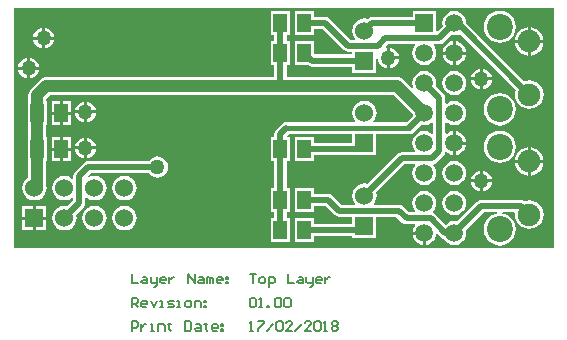
<source format=gtl>
%FSLAX25Y25*%
%MOIN*%
G70*
G01*
G75*
G04 Layer_Physical_Order=1*
G04 Layer_Color=255*
%ADD10R,0.04500X0.06000*%
%ADD11C,0.01969*%
%ADD12C,0.03937*%
%ADD13C,0.01772*%
%ADD14C,0.00787*%
%ADD15C,0.07480*%
%ADD16C,0.08661*%
%ADD17R,0.06000X0.06000*%
%ADD18C,0.06000*%
%ADD19R,0.06000X0.06000*%
%ADD20C,0.05906*%
%ADD21R,0.05906X0.05906*%
%ADD22C,0.05000*%
G36*
X180000Y0D02*
X0D01*
Y80000D01*
X180000D01*
Y0D01*
D02*
G37*
%LPC*%
G36*
X172404Y33573D02*
Y29358D01*
X176619D01*
X176522Y30096D01*
X176044Y31249D01*
X175285Y32239D01*
X174294Y32999D01*
X173141Y33476D01*
X172404Y33573D01*
D02*
G37*
G36*
X171404D02*
X170666Y33476D01*
X169513Y32999D01*
X168523Y32239D01*
X167763Y31249D01*
X167286Y30096D01*
X167189Y29358D01*
X171404D01*
Y33573D01*
D02*
G37*
G36*
X27447Y32848D02*
X24483D01*
Y29884D01*
X24896Y29938D01*
X25748Y30291D01*
X26479Y30852D01*
X27040Y31583D01*
X27393Y32435D01*
X27447Y32848D01*
D02*
G37*
G36*
X23483D02*
X20518D01*
X20573Y32435D01*
X20925Y31583D01*
X21486Y30852D01*
X22218Y30291D01*
X23069Y29938D01*
X23483Y29884D01*
Y32848D01*
D02*
G37*
G36*
X162061Y39156D02*
X160670Y38973D01*
X159373Y38436D01*
X158259Y37582D01*
X157405Y36468D01*
X156868Y35171D01*
X156685Y33780D01*
X156868Y32388D01*
X157405Y31091D01*
X158259Y29978D01*
X159373Y29123D01*
X160670Y28586D01*
X162061Y28403D01*
X163453Y28586D01*
X164750Y29123D01*
X165863Y29978D01*
X166718Y31091D01*
X167255Y32388D01*
X167438Y33780D01*
X167255Y35171D01*
X166718Y36468D01*
X165863Y37582D01*
X164750Y38436D01*
X163453Y38973D01*
X162061Y39156D01*
D02*
G37*
G36*
X176619Y28358D02*
X172404D01*
Y24143D01*
X173141Y24240D01*
X174294Y24718D01*
X175285Y25477D01*
X176044Y26468D01*
X176522Y27621D01*
X176619Y28358D01*
D02*
G37*
G36*
X19233Y32500D02*
X16483D01*
Y29000D01*
X19233D01*
Y32500D01*
D02*
G37*
G36*
X15483D02*
X12733D01*
Y29000D01*
X15483D01*
Y32500D01*
D02*
G37*
G36*
X147483Y38921D02*
Y35500D01*
X150904D01*
X150834Y36032D01*
X150435Y36994D01*
X149802Y37819D01*
X148976Y38453D01*
X148014Y38851D01*
X147483Y38921D01*
D02*
G37*
G36*
X24483Y36813D02*
Y33848D01*
X27447D01*
X27393Y34262D01*
X27040Y35113D01*
X26479Y35844D01*
X25748Y36406D01*
X24896Y36758D01*
X24483Y36813D01*
D02*
G37*
G36*
X15483Y44500D02*
X12733D01*
Y41000D01*
X15483D01*
Y44500D01*
D02*
G37*
G36*
X162061Y51597D02*
X160670Y51414D01*
X159373Y50877D01*
X158259Y50022D01*
X157405Y48909D01*
X156868Y47612D01*
X156685Y46220D01*
X156868Y44829D01*
X157405Y43532D01*
X158259Y42419D01*
X159373Y41564D01*
X160670Y41027D01*
X162061Y40844D01*
X163453Y41027D01*
X164750Y41564D01*
X165863Y42419D01*
X166718Y43532D01*
X167255Y44829D01*
X167438Y46220D01*
X167255Y47612D01*
X166718Y48909D01*
X165863Y50022D01*
X164750Y50877D01*
X163453Y51414D01*
X162061Y51597D01*
D02*
G37*
G36*
X15483Y37000D02*
X12733D01*
Y33500D01*
X15483D01*
Y37000D01*
D02*
G37*
G36*
X150904Y34500D02*
X147483D01*
Y31079D01*
X148014Y31149D01*
X148976Y31547D01*
X149802Y32181D01*
X150435Y33007D01*
X150834Y33968D01*
X150904Y34500D01*
D02*
G37*
G36*
X23483Y36813D02*
X23069Y36758D01*
X22218Y36406D01*
X21486Y35844D01*
X20925Y35113D01*
X20573Y34262D01*
X20518Y33848D01*
X23483D01*
Y36813D01*
D02*
G37*
G36*
X19233Y37000D02*
X16483D01*
Y33500D01*
X19233D01*
Y37000D01*
D02*
G37*
G36*
X6483Y14000D02*
X2983D01*
Y10500D01*
X6483D01*
Y14000D01*
D02*
G37*
G36*
X10983Y9500D02*
X7483D01*
Y6000D01*
X10983D01*
Y9500D01*
D02*
G37*
G36*
X146983Y18987D02*
X145951Y18851D01*
X144989Y18453D01*
X144164Y17819D01*
X143530Y16994D01*
X143132Y16032D01*
X142996Y15000D01*
X143132Y13968D01*
X143530Y13007D01*
X144164Y12181D01*
X144989Y11547D01*
X145951Y11149D01*
X146983Y11013D01*
X148014Y11149D01*
X148976Y11547D01*
X149802Y12181D01*
X150435Y13007D01*
X150834Y13968D01*
X150970Y15000D01*
X150834Y16032D01*
X150435Y16994D01*
X149802Y17819D01*
X148976Y18453D01*
X148014Y18851D01*
X146983Y18987D01*
D02*
G37*
G36*
X10983Y14000D02*
X7483D01*
Y10500D01*
X10983D01*
Y14000D01*
D02*
G37*
G36*
X26983Y14035D02*
X25938Y13897D01*
X24965Y13494D01*
X24130Y12853D01*
X23489Y12017D01*
X23086Y11044D01*
X22948Y10000D01*
X23086Y8956D01*
X23489Y7983D01*
X24130Y7147D01*
X24965Y6506D01*
X25938Y6103D01*
X26983Y5965D01*
X28027Y6103D01*
X29000Y6506D01*
X29836Y7147D01*
X30477Y7983D01*
X30880Y8956D01*
X31017Y10000D01*
X30880Y11044D01*
X30477Y12017D01*
X29836Y12853D01*
X29000Y13494D01*
X28027Y13897D01*
X26983Y14035D01*
D02*
G37*
G36*
X136483Y4500D02*
X133062D01*
X133132Y3968D01*
X133530Y3007D01*
X134163Y2181D01*
X134989Y1547D01*
X135951Y1149D01*
X136483Y1079D01*
Y4500D01*
D02*
G37*
G36*
X6483Y9500D02*
X2983D01*
Y6000D01*
X6483D01*
Y9500D01*
D02*
G37*
G36*
X36983Y14035D02*
X35938Y13897D01*
X34965Y13494D01*
X34130Y12853D01*
X33489Y12017D01*
X33086Y11044D01*
X32948Y10000D01*
X33086Y8956D01*
X33489Y7983D01*
X34130Y7147D01*
X34965Y6506D01*
X35938Y6103D01*
X36983Y5965D01*
X38027Y6103D01*
X39000Y6506D01*
X39836Y7147D01*
X40477Y7983D01*
X40880Y8956D01*
X41017Y10000D01*
X40880Y11044D01*
X40477Y12017D01*
X39836Y12853D01*
X39000Y13494D01*
X38027Y13897D01*
X36983Y14035D01*
D02*
G37*
G36*
X156483Y25813D02*
Y22848D01*
X159447D01*
X159392Y23262D01*
X159040Y24113D01*
X158479Y24845D01*
X157748Y25405D01*
X156896Y25758D01*
X156483Y25813D01*
D02*
G37*
G36*
X155483D02*
X155069Y25758D01*
X154218Y25405D01*
X153486Y24845D01*
X152925Y24113D01*
X152573Y23262D01*
X152518Y22848D01*
X155483D01*
Y25813D01*
D02*
G37*
G36*
X171404Y28358D02*
X167189D01*
X167286Y27621D01*
X167763Y26468D01*
X168523Y25477D01*
X169513Y24718D01*
X170666Y24240D01*
X171404Y24143D01*
Y28358D01*
D02*
G37*
G36*
X47983Y30530D02*
X47069Y30410D01*
X46218Y30057D01*
X45486Y29496D01*
X45123Y29023D01*
X24983D01*
X24208Y28869D01*
X23991Y28724D01*
X23552Y28431D01*
X20536Y25415D01*
X20098Y24758D01*
X19944Y23984D01*
Y23335D01*
X19495Y23114D01*
X19000Y23494D01*
X18027Y23897D01*
X16983Y24035D01*
X15938Y23897D01*
X14965Y23494D01*
X14130Y22853D01*
X13489Y22017D01*
X13086Y21044D01*
X12948Y20000D01*
X13086Y18956D01*
X13489Y17983D01*
X14130Y17147D01*
X14965Y16506D01*
X15938Y16103D01*
X16983Y15966D01*
X18027Y16103D01*
X19000Y16506D01*
X19495Y16886D01*
X19944Y16665D01*
Y15854D01*
X17992Y13902D01*
X16983Y14035D01*
X15938Y13897D01*
X14965Y13494D01*
X14130Y12853D01*
X13489Y12017D01*
X13086Y11044D01*
X12948Y10000D01*
X13086Y8956D01*
X13489Y7983D01*
X14130Y7147D01*
X14965Y6506D01*
X15938Y6103D01*
X16983Y5965D01*
X18027Y6103D01*
X19000Y6506D01*
X19836Y7147D01*
X20477Y7983D01*
X20880Y8956D01*
X21017Y10000D01*
X20880Y11044D01*
X20873Y11061D01*
X23397Y13585D01*
X23836Y14242D01*
X23990Y15016D01*
Y16689D01*
X24439Y16910D01*
X24965Y16506D01*
X25938Y16103D01*
X26983Y15966D01*
X28027Y16103D01*
X29000Y16506D01*
X29836Y17147D01*
X30477Y17983D01*
X30880Y18956D01*
X31017Y20000D01*
X30880Y21044D01*
X30477Y22017D01*
X29836Y22853D01*
X29000Y23494D01*
X28027Y23897D01*
X26983Y24035D01*
X25938Y23897D01*
X25078Y23541D01*
X24800Y23956D01*
X25821Y24977D01*
X45123D01*
X45486Y24504D01*
X46218Y23943D01*
X47069Y23590D01*
X47983Y23470D01*
X48896Y23590D01*
X49748Y23943D01*
X50479Y24504D01*
X51040Y25235D01*
X51393Y26086D01*
X51513Y27000D01*
X51393Y27914D01*
X51040Y28765D01*
X50479Y29496D01*
X49748Y30057D01*
X48896Y30410D01*
X47983Y30530D01*
D02*
G37*
G36*
X155483Y21848D02*
X152518D01*
X152573Y21435D01*
X152925Y20583D01*
X153486Y19852D01*
X154218Y19291D01*
X155069Y18938D01*
X155483Y18884D01*
Y21848D01*
D02*
G37*
G36*
X36983Y24035D02*
X35938Y23897D01*
X34965Y23494D01*
X34130Y22853D01*
X33489Y22017D01*
X33086Y21044D01*
X32948Y20000D01*
X33086Y18956D01*
X33489Y17983D01*
X34130Y17147D01*
X34965Y16506D01*
X35938Y16103D01*
X36983Y15966D01*
X38027Y16103D01*
X39000Y16506D01*
X39836Y17147D01*
X40477Y17983D01*
X40880Y18956D01*
X41017Y20000D01*
X40880Y21044D01*
X40477Y22017D01*
X39836Y22853D01*
X39000Y23494D01*
X38027Y23897D01*
X36983Y24035D01*
D02*
G37*
G36*
X146983Y28987D02*
X145951Y28851D01*
X144989Y28453D01*
X144164Y27819D01*
X143530Y26994D01*
X143132Y26032D01*
X142996Y25000D01*
X143132Y23968D01*
X143530Y23007D01*
X144164Y22181D01*
X144989Y21547D01*
X145951Y21149D01*
X146983Y21013D01*
X148014Y21149D01*
X148976Y21547D01*
X149802Y22181D01*
X150435Y23007D01*
X150834Y23968D01*
X150970Y25000D01*
X150834Y26032D01*
X150435Y26994D01*
X149802Y27819D01*
X148976Y28453D01*
X148014Y28851D01*
X146983Y28987D01*
D02*
G37*
G36*
X159447Y21848D02*
X156483D01*
Y18884D01*
X156896Y18938D01*
X157748Y19291D01*
X158479Y19852D01*
X159040Y20583D01*
X159392Y21435D01*
X159447Y21848D01*
D02*
G37*
G36*
X171404Y68358D02*
X167189D01*
X167286Y67621D01*
X167763Y66468D01*
X168523Y65478D01*
X169513Y64718D01*
X170666Y64240D01*
X171404Y64143D01*
Y68358D01*
D02*
G37*
G36*
X125483Y66813D02*
Y63848D01*
X128447D01*
X128393Y64262D01*
X128040Y65113D01*
X127479Y65845D01*
X126748Y66405D01*
X125896Y66758D01*
X125483Y66813D01*
D02*
G37*
G36*
X146483Y68921D02*
X145951Y68851D01*
X144989Y68453D01*
X144164Y67819D01*
X143530Y66993D01*
X143132Y66032D01*
X143062Y65500D01*
X146483D01*
Y68921D01*
D02*
G37*
G36*
X176619Y68358D02*
X172404D01*
Y64143D01*
X173141Y64240D01*
X174294Y64718D01*
X175285Y65478D01*
X176044Y66468D01*
X176522Y67621D01*
X176619Y68358D01*
D02*
G37*
G36*
X5500Y63464D02*
Y60500D01*
X8464D01*
X8410Y60914D01*
X8057Y61765D01*
X7496Y62496D01*
X6765Y63057D01*
X5914Y63410D01*
X5500Y63464D01*
D02*
G37*
G36*
X4500D02*
X4086Y63410D01*
X3235Y63057D01*
X2504Y62496D01*
X1943Y61765D01*
X1590Y60914D01*
X1536Y60500D01*
X4500D01*
Y63464D01*
D02*
G37*
G36*
X150904Y64500D02*
X147483D01*
Y61079D01*
X148014Y61149D01*
X148976Y61547D01*
X149802Y62181D01*
X150435Y63007D01*
X150834Y63968D01*
X150904Y64500D01*
D02*
G37*
G36*
X146483D02*
X143062D01*
X143132Y63968D01*
X143530Y63007D01*
X144164Y62181D01*
X144989Y61547D01*
X145951Y61149D01*
X146483Y61079D01*
Y64500D01*
D02*
G37*
G36*
X172404Y73573D02*
Y69358D01*
X176619D01*
X176522Y70096D01*
X176044Y71249D01*
X175285Y72239D01*
X174294Y72999D01*
X173141Y73476D01*
X172404Y73573D01*
D02*
G37*
G36*
X171404D02*
X170666Y73476D01*
X169513Y72999D01*
X168523Y72239D01*
X167763Y71249D01*
X167286Y70096D01*
X167189Y69358D01*
X171404D01*
Y73573D01*
D02*
G37*
G36*
X10500Y73464D02*
Y70500D01*
X13464D01*
X13410Y70914D01*
X13057Y71765D01*
X12496Y72496D01*
X11765Y73057D01*
X10914Y73410D01*
X10500Y73464D01*
D02*
G37*
G36*
X9500D02*
X9086Y73410D01*
X8235Y73057D01*
X7504Y72496D01*
X6943Y71765D01*
X6590Y70914D01*
X6536Y70500D01*
X9500D01*
Y73464D01*
D02*
G37*
G36*
Y69500D02*
X6536D01*
X6590Y69086D01*
X6943Y68235D01*
X7504Y67504D01*
X8235Y66943D01*
X9086Y66590D01*
X9500Y66536D01*
Y69500D01*
D02*
G37*
G36*
X147483Y68921D02*
Y65500D01*
X150904D01*
X150834Y66032D01*
X150435Y66993D01*
X149802Y67819D01*
X148976Y68453D01*
X148014Y68851D01*
X147483Y68921D01*
D02*
G37*
G36*
X162061Y79156D02*
X160670Y78973D01*
X159373Y78436D01*
X158259Y77582D01*
X157405Y76468D01*
X156868Y75171D01*
X156685Y73780D01*
X156868Y72388D01*
X157405Y71091D01*
X158259Y69978D01*
X159373Y69123D01*
X160670Y68586D01*
X162061Y68403D01*
X163453Y68586D01*
X164750Y69123D01*
X165863Y69978D01*
X166718Y71091D01*
X167255Y72388D01*
X167438Y73780D01*
X167255Y75171D01*
X166718Y76468D01*
X165863Y77582D01*
X164750Y78436D01*
X163453Y78973D01*
X162061Y79156D01*
D02*
G37*
G36*
X13464Y69500D02*
X10500D01*
Y66536D01*
X10914Y66590D01*
X11765Y66943D01*
X12496Y67504D01*
X13057Y68235D01*
X13410Y69086D01*
X13464Y69500D01*
D02*
G37*
G36*
X128447Y62848D02*
X125483D01*
Y59884D01*
X125896Y59938D01*
X126748Y60291D01*
X127479Y60852D01*
X128040Y61583D01*
X128393Y62435D01*
X128447Y62848D01*
D02*
G37*
G36*
X19233Y49000D02*
X16483D01*
Y45500D01*
X19233D01*
Y49000D01*
D02*
G37*
G36*
X15483D02*
X12733D01*
Y45500D01*
X15483D01*
Y49000D01*
D02*
G37*
G36*
X24483Y48813D02*
Y45848D01*
X27447D01*
X27393Y46262D01*
X27040Y47113D01*
X26479Y47844D01*
X25748Y48406D01*
X24896Y48758D01*
X24483Y48813D01*
D02*
G37*
G36*
X23483D02*
X23069Y48758D01*
X22218Y48406D01*
X21486Y47844D01*
X20925Y47113D01*
X20573Y46262D01*
X20518Y45848D01*
X23483D01*
Y48813D01*
D02*
G37*
G36*
Y44848D02*
X20518D01*
X20573Y44435D01*
X20925Y43583D01*
X21486Y42852D01*
X22218Y42291D01*
X23069Y41938D01*
X23483Y41884D01*
Y44848D01*
D02*
G37*
G36*
X19233Y44500D02*
X16483D01*
Y41000D01*
X19233D01*
Y44500D01*
D02*
G37*
G36*
X92233Y79000D02*
X85733D01*
Y71000D01*
X86959D01*
Y69000D01*
X85733D01*
Y61000D01*
X86959D01*
Y56994D01*
X10983D01*
X10208Y56892D01*
X9785Y56717D01*
X9486Y56593D01*
X8866Y56117D01*
X5866Y53117D01*
X5390Y52497D01*
X5178Y51986D01*
X5091Y51775D01*
X4989Y51000D01*
Y49000D01*
X4733D01*
Y41000D01*
X4989D01*
Y37000D01*
X4733D01*
Y29000D01*
X4989D01*
Y23504D01*
X4965Y23494D01*
X4130Y22853D01*
X3489Y22017D01*
X3086Y21044D01*
X2948Y20000D01*
X3086Y18956D01*
X3489Y17983D01*
X4130Y17147D01*
X4965Y16506D01*
X5938Y16103D01*
X6983Y15966D01*
X8027Y16103D01*
X9000Y16506D01*
X9836Y17147D01*
X10477Y17983D01*
X10880Y18956D01*
X11017Y20000D01*
X10931Y20653D01*
X10977Y21000D01*
Y29000D01*
X11233D01*
Y37000D01*
X10977D01*
Y41000D01*
X11233D01*
Y49000D01*
X10977D01*
Y49760D01*
X12223Y51006D01*
X126742D01*
X133033Y44715D01*
X133127Y44005D01*
X131026Y41905D01*
X120215D01*
X119994Y42353D01*
X120477Y42983D01*
X120880Y43956D01*
X121017Y45000D01*
X120880Y46044D01*
X120477Y47017D01*
X119835Y47853D01*
X119000Y48494D01*
X118027Y48897D01*
X116983Y49035D01*
X115938Y48897D01*
X114965Y48494D01*
X114130Y47853D01*
X113489Y47017D01*
X113086Y46044D01*
X112948Y45000D01*
X113086Y43956D01*
X113489Y42983D01*
X113972Y42353D01*
X113751Y41905D01*
X91469D01*
X90965Y42005D01*
X90191Y41851D01*
X89534Y41413D01*
X87552Y39431D01*
X87113Y38774D01*
X86959Y38000D01*
Y37000D01*
X85733D01*
Y29000D01*
X86959D01*
Y20000D01*
X85733D01*
Y12000D01*
X86959D01*
Y10000D01*
X85733D01*
Y2000D01*
X92233D01*
Y10000D01*
X91006D01*
Y12000D01*
X92233D01*
Y20000D01*
X91006D01*
Y29000D01*
X92233D01*
Y37000D01*
X91497D01*
X91306Y37462D01*
X91903Y38059D01*
X112983D01*
Y35023D01*
X100233D01*
Y37000D01*
X93733D01*
Y29000D01*
X100233D01*
Y30977D01*
X114983D01*
X115099Y31000D01*
X120983D01*
Y38059D01*
X131460D01*
X131965Y37959D01*
X132739Y38113D01*
X133395Y38552D01*
X135988Y41144D01*
X136983Y41013D01*
X138014Y41149D01*
X138976Y41547D01*
X139448Y41910D01*
X139897Y41688D01*
Y38312D01*
X139448Y38091D01*
X138976Y38453D01*
X138014Y38851D01*
X136983Y38987D01*
X135951Y38851D01*
X134989Y38453D01*
X134163Y37819D01*
X133530Y36994D01*
X133132Y36032D01*
X132996Y35000D01*
X133132Y33968D01*
X133530Y33007D01*
X133989Y32409D01*
X133768Y31960D01*
X129420D01*
X128645Y31806D01*
X127989Y31368D01*
X118019Y21398D01*
X116983Y21535D01*
X115938Y21397D01*
X114965Y20994D01*
X114130Y20353D01*
X113489Y19517D01*
X113086Y18544D01*
X112948Y17500D01*
X113086Y16456D01*
X113489Y15483D01*
X113893Y14956D01*
X113672Y14507D01*
X109336D01*
X106413Y17431D01*
X105757Y17869D01*
X104983Y18023D01*
X100233D01*
Y20000D01*
X93733D01*
Y12000D01*
X100233D01*
Y13977D01*
X104145D01*
X107068Y11054D01*
X107724Y10615D01*
X108498Y10461D01*
X112983D01*
Y8023D01*
X100233D01*
Y10000D01*
X93733D01*
Y2000D01*
X100233D01*
Y3977D01*
X112983D01*
Y3500D01*
X120983D01*
Y10461D01*
X127660D01*
X129615Y8506D01*
X130271Y8068D01*
X131046Y7914D01*
X133671D01*
X133892Y7465D01*
X133530Y6994D01*
X133132Y6032D01*
X133062Y5500D01*
X136983D01*
Y5000D01*
X137483D01*
Y1079D01*
X138014Y1149D01*
X138976Y1547D01*
X139802Y2181D01*
X140435Y3007D01*
X140834Y3968D01*
X140911Y4558D01*
X141385Y4719D01*
X142534Y3570D01*
X143190Y3131D01*
X143504Y3069D01*
X143530Y3007D01*
X144164Y2181D01*
X144989Y1547D01*
X145951Y1149D01*
X146983Y1013D01*
X148014Y1149D01*
X148976Y1547D01*
X149802Y2181D01*
X150435Y3007D01*
X150834Y3968D01*
X150970Y5000D01*
X150838Y5995D01*
X156821Y11977D01*
X161124D01*
X161156Y11478D01*
X160670Y11414D01*
X159373Y10877D01*
X158259Y10022D01*
X157405Y8909D01*
X156868Y7612D01*
X156685Y6221D01*
X156868Y4829D01*
X157405Y3532D01*
X158259Y2418D01*
X159373Y1564D01*
X160670Y1027D01*
X162061Y844D01*
X163453Y1027D01*
X164750Y1564D01*
X165863Y2418D01*
X166718Y3532D01*
X167255Y4829D01*
X167438Y6221D01*
X167255Y7612D01*
X166718Y8909D01*
X165863Y10022D01*
X164750Y10877D01*
X163453Y11414D01*
X162967Y11478D01*
X162999Y11977D01*
X166854D01*
X167183Y11601D01*
X167123Y11142D01*
X167286Y9904D01*
X167763Y8751D01*
X168523Y7761D01*
X169513Y7001D01*
X170666Y6524D01*
X171904Y6361D01*
X173141Y6524D01*
X174294Y7001D01*
X175285Y7761D01*
X176044Y8751D01*
X176522Y9904D01*
X176685Y11142D01*
X176522Y12379D01*
X176044Y13532D01*
X175285Y14523D01*
X174294Y15282D01*
X173141Y15760D01*
X171904Y15923D01*
X170666Y15760D01*
X170245Y15585D01*
X169820Y15869D01*
X169046Y16023D01*
X155983D01*
X155208Y15869D01*
X154552Y15431D01*
X147977Y8856D01*
X146983Y8987D01*
X145951Y8851D01*
X144989Y8453D01*
X144164Y7819D01*
X144016Y7809D01*
X140458Y11368D01*
X140392Y11412D01*
X139852Y12115D01*
X139834Y12223D01*
X140435Y13007D01*
X140834Y13968D01*
X140970Y15000D01*
X140834Y16032D01*
X140435Y16994D01*
X139802Y17819D01*
X138976Y18453D01*
X138014Y18851D01*
X136983Y18987D01*
X135951Y18851D01*
X134989Y18453D01*
X134163Y17819D01*
X133530Y16994D01*
X133132Y16032D01*
X132996Y15000D01*
X133132Y13968D01*
X133530Y13007D01*
X133989Y12409D01*
X133768Y11960D01*
X131884D01*
X129929Y13915D01*
X129273Y14353D01*
X128498Y14507D01*
X120293D01*
X120072Y14956D01*
X120477Y15483D01*
X120880Y16456D01*
X121017Y17500D01*
X120881Y18537D01*
X130258Y27914D01*
X133671D01*
X133892Y27466D01*
X133530Y26994D01*
X133132Y26032D01*
X132996Y25000D01*
X133132Y23968D01*
X133530Y23007D01*
X134163Y22181D01*
X134989Y21547D01*
X135951Y21149D01*
X136983Y21013D01*
X138014Y21149D01*
X138976Y21547D01*
X139802Y22181D01*
X140435Y23007D01*
X140834Y23968D01*
X140970Y25000D01*
X140834Y26032D01*
X140435Y26994D01*
X139996Y27566D01*
X140173Y28034D01*
X140346Y28068D01*
X141002Y28506D01*
X143350Y30855D01*
X143789Y31511D01*
X143862Y31877D01*
X144330Y32054D01*
X144989Y31547D01*
X145951Y31149D01*
X146483Y31079D01*
Y35000D01*
Y38921D01*
X145951Y38851D01*
X144989Y38453D01*
X144391Y37994D01*
X143943Y38215D01*
Y41785D01*
X144391Y42006D01*
X144989Y41547D01*
X145951Y41149D01*
X146983Y41013D01*
X148014Y41149D01*
X148976Y41547D01*
X149802Y42181D01*
X150435Y43007D01*
X150834Y43968D01*
X150970Y45000D01*
X150834Y46032D01*
X150435Y46993D01*
X149802Y47819D01*
X148976Y48453D01*
X148014Y48851D01*
X146983Y48987D01*
X145951Y48851D01*
X144989Y48453D01*
X144391Y47994D01*
X143943Y48215D01*
Y50063D01*
X143789Y50837D01*
X143350Y51494D01*
X140839Y54005D01*
X140970Y55000D01*
X140834Y56032D01*
X140435Y56994D01*
X139802Y57819D01*
X138976Y58453D01*
X138014Y58851D01*
X136983Y58987D01*
X135951Y58851D01*
X134989Y58453D01*
X134163Y57819D01*
X133530Y56994D01*
X133132Y56032D01*
X132996Y55000D01*
X133132Y53968D01*
X133265Y53645D01*
X132850Y53367D01*
X130100Y56117D01*
X129480Y56593D01*
X128969Y56805D01*
X128758Y56892D01*
X127983Y56994D01*
X91006D01*
Y61000D01*
X92233D01*
Y69000D01*
X91006D01*
Y71000D01*
X92233D01*
Y79000D01*
D02*
G37*
G36*
X27447Y44848D02*
X24483D01*
Y41884D01*
X24896Y41938D01*
X25748Y42291D01*
X26479Y42852D01*
X27040Y43583D01*
X27393Y44435D01*
X27447Y44848D01*
D02*
G37*
G36*
X8464Y59500D02*
X5500D01*
Y56536D01*
X5914Y56590D01*
X6765Y56943D01*
X7496Y57504D01*
X8057Y58235D01*
X8410Y59086D01*
X8464Y59500D01*
D02*
G37*
G36*
X4500D02*
X1536D01*
X1590Y59086D01*
X1943Y58235D01*
X2504Y57504D01*
X3235Y56943D01*
X4086Y56590D01*
X4500Y56536D01*
Y59500D01*
D02*
G37*
G36*
X156483Y59813D02*
Y56848D01*
X159447D01*
X159392Y57262D01*
X159040Y58113D01*
X158479Y58845D01*
X157748Y59405D01*
X156896Y59758D01*
X156483Y59813D01*
D02*
G37*
G36*
X155483D02*
X155069Y59758D01*
X154218Y59405D01*
X153486Y58845D01*
X152925Y58113D01*
X152573Y57262D01*
X152518Y56848D01*
X155483D01*
Y59813D01*
D02*
G37*
G36*
X146983Y58987D02*
X145951Y58851D01*
X144989Y58453D01*
X144164Y57819D01*
X143530Y56994D01*
X143132Y56032D01*
X142996Y55000D01*
X143132Y53968D01*
X143530Y53007D01*
X144164Y52181D01*
X144989Y51547D01*
X145951Y51149D01*
X146983Y51013D01*
X148014Y51149D01*
X148976Y51547D01*
X149802Y52181D01*
X150435Y53007D01*
X150834Y53968D01*
X150970Y55000D01*
X150834Y56032D01*
X150435Y56994D01*
X149802Y57819D01*
X148976Y58453D01*
X148014Y58851D01*
X146983Y58987D01*
D02*
G37*
G36*
X100233Y79000D02*
X93733D01*
Y71000D01*
X100233D01*
Y72977D01*
X103145D01*
X110068Y66054D01*
X110724Y65615D01*
X111498Y65461D01*
X112983D01*
Y64523D01*
X100321D01*
X100233Y64611D01*
Y69000D01*
X93733D01*
Y61000D01*
X98156D01*
X98708Y60631D01*
X99483Y60477D01*
X112983D01*
Y58500D01*
X120983D01*
Y63094D01*
X121049Y63098D01*
Y63098D01*
X121482Y63127D01*
X121573Y62435D01*
X121925Y61583D01*
X122486Y60852D01*
X123217Y60291D01*
X124069Y59938D01*
X124483Y59884D01*
Y63348D01*
Y66813D01*
X124302Y66789D01*
X124081Y67237D01*
X124821Y67977D01*
X133719D01*
X133940Y67528D01*
X133530Y66993D01*
X133132Y66032D01*
X132996Y65000D01*
X133132Y63968D01*
X133530Y63007D01*
X134163Y62181D01*
X134989Y61547D01*
X135951Y61149D01*
X136983Y61013D01*
X138014Y61149D01*
X138976Y61547D01*
X139802Y62181D01*
X140435Y63007D01*
X140834Y63968D01*
X140970Y65000D01*
X140834Y66032D01*
X140435Y66993D01*
X140025Y67528D01*
X140246Y67977D01*
X141983D01*
X142757Y68131D01*
X143413Y68569D01*
X145988Y71144D01*
X146983Y71013D01*
X148014Y71149D01*
X148737Y71448D01*
X167438Y52747D01*
X167286Y52379D01*
X167123Y51142D01*
X167286Y49904D01*
X167763Y48751D01*
X168523Y47761D01*
X169513Y47001D01*
X170666Y46524D01*
X171904Y46361D01*
X173141Y46524D01*
X174294Y47001D01*
X175285Y47761D01*
X176044Y48751D01*
X176522Y49904D01*
X176685Y51142D01*
X176522Y52379D01*
X176044Y53532D01*
X175285Y54523D01*
X174294Y55282D01*
X173141Y55760D01*
X171904Y55923D01*
X170666Y55760D01*
X170299Y55608D01*
X150962Y74945D01*
X150970Y75000D01*
X150834Y76032D01*
X150435Y76994D01*
X149802Y77819D01*
X148976Y78453D01*
X148014Y78851D01*
X146983Y78987D01*
X145951Y78851D01*
X144989Y78453D01*
X144164Y77819D01*
X143530Y76994D01*
X143132Y76032D01*
X142996Y75000D01*
X143127Y74005D01*
X141397Y72276D01*
X140935Y72467D01*
Y78953D01*
X133030D01*
Y77023D01*
X119483D01*
X118708Y76869D01*
X118052Y76431D01*
X118019Y76398D01*
X116983Y76535D01*
X115938Y76397D01*
X114965Y75994D01*
X114130Y75353D01*
X113489Y74517D01*
X113086Y73544D01*
X112948Y72500D01*
X113086Y71456D01*
X113489Y70483D01*
X113893Y69956D01*
X113672Y69507D01*
X112336D01*
X105413Y76431D01*
X104757Y76869D01*
X103983Y77023D01*
X100233D01*
Y79000D01*
D02*
G37*
G36*
X159447Y55848D02*
X156483D01*
Y52884D01*
X156896Y52938D01*
X157748Y53291D01*
X158479Y53852D01*
X159040Y54583D01*
X159392Y55435D01*
X159447Y55848D01*
D02*
G37*
G36*
X155483D02*
X152518D01*
X152573Y55435D01*
X152925Y54583D01*
X153486Y53852D01*
X154218Y53291D01*
X155069Y52938D01*
X155483Y52884D01*
Y55848D01*
D02*
G37*
%LPD*%
D10*
X96983Y16000D02*
D03*
X88983D02*
D03*
X96983Y75000D02*
D03*
X88983D02*
D03*
X96983Y6000D02*
D03*
X88983D02*
D03*
X96983Y33000D02*
D03*
X88983D02*
D03*
X96983Y65000D02*
D03*
X88983D02*
D03*
X15983Y33000D02*
D03*
X7983D02*
D03*
X15983Y45000D02*
D03*
X7983D02*
D03*
D11*
X148046Y75000D02*
X171904Y51142D01*
X146983Y75000D02*
X148046D01*
X141983Y70000D02*
X146983Y75000D01*
X123983Y70000D02*
X141983D01*
X121467Y67484D02*
X123983Y70000D01*
X111498Y67484D02*
X121467D01*
X103983Y75000D02*
X111498Y67484D01*
X96983Y75000D02*
X103983D01*
X96983Y65000D02*
X99483Y62500D01*
X116983D01*
X169046Y14000D02*
X171904Y11142D01*
X155983Y14000D02*
X169046D01*
X146983Y5000D02*
X155983Y14000D01*
X143965Y5000D02*
X146983D01*
X139028Y9937D02*
X143965Y5000D01*
X131046Y9937D02*
X139028D01*
X128498Y12484D02*
X131046Y9937D01*
X108498Y12484D02*
X128498D01*
X115483Y6000D02*
X116983Y7500D01*
X96983Y6000D02*
X115483D01*
X104983Y16000D02*
X108498Y12484D01*
X96983Y16000D02*
X104983D01*
X119483Y75000D02*
X136983D01*
X116983Y72500D02*
X119483Y75000D01*
X88983Y65000D02*
Y75000D01*
Y54000D02*
Y65000D01*
Y16000D02*
Y38000D01*
Y6000D02*
Y16000D01*
X116983Y17500D02*
X129420Y29937D01*
X114983Y33000D02*
X116983Y35000D01*
X96983Y33000D02*
X114983D01*
X24983Y27000D02*
X47983D01*
X21967Y23984D02*
X24983Y27000D01*
X21967Y15016D02*
Y23984D01*
X16983Y10032D02*
X21967Y15016D01*
X16983Y10000D02*
Y10032D01*
X136983Y55000D02*
X141920Y50063D01*
X129420Y29937D02*
X139571D01*
X141920Y32285D01*
Y50063D01*
X131965Y39982D02*
X136983Y45000D01*
X88983Y38000D02*
X90965Y39982D01*
D12*
X127983Y54000D02*
X136983Y45000D01*
X7983Y51000D02*
X10983Y54000D01*
X88983D01*
X127983D01*
X6983Y20000D02*
X7983Y21000D01*
Y33000D01*
Y45000D01*
Y51000D01*
D13*
X90965Y39982D02*
X131965D01*
D14*
X78740Y-8662D02*
X80839D01*
X79790D01*
Y-11811D01*
X82414D02*
X83463D01*
X83988Y-11286D01*
Y-10237D01*
X83463Y-9712D01*
X82414D01*
X81889Y-10237D01*
Y-11286D01*
X82414Y-11811D01*
X85037Y-12861D02*
Y-9712D01*
X86612D01*
X87136Y-10237D01*
Y-11286D01*
X86612Y-11811D01*
X85037D01*
X91334Y-8662D02*
Y-11811D01*
X93433D01*
X95008Y-9712D02*
X96057D01*
X96582Y-10237D01*
Y-11811D01*
X95008D01*
X94483Y-11286D01*
X95008Y-10762D01*
X96582D01*
X97632Y-9712D02*
Y-11286D01*
X98156Y-11811D01*
X99731D01*
Y-12336D01*
X99206Y-12861D01*
X98681D01*
X99731Y-11811D02*
Y-9712D01*
X102355Y-11811D02*
X101305D01*
X100780Y-11286D01*
Y-10237D01*
X101305Y-9712D01*
X102355D01*
X102879Y-10237D01*
Y-10762D01*
X100780D01*
X103929Y-9712D02*
Y-11811D01*
Y-10762D01*
X104454Y-10237D01*
X104978Y-9712D01*
X105503D01*
X78740Y-17061D02*
X79265Y-16536D01*
X80314D01*
X80839Y-17061D01*
Y-19160D01*
X80314Y-19685D01*
X79265D01*
X78740Y-19160D01*
Y-17061D01*
X81889Y-19685D02*
X82938D01*
X82414D01*
Y-16536D01*
X81889Y-17061D01*
X84513Y-19685D02*
Y-19160D01*
X85037D01*
Y-19685D01*
X84513D01*
X87136Y-17061D02*
X87661Y-16536D01*
X88711D01*
X89235Y-17061D01*
Y-19160D01*
X88711Y-19685D01*
X87661D01*
X87136Y-19160D01*
Y-17061D01*
X90285D02*
X90810Y-16536D01*
X91859D01*
X92384Y-17061D01*
Y-19160D01*
X91859Y-19685D01*
X90810D01*
X90285Y-19160D01*
Y-17061D01*
X39370Y-27559D02*
Y-24410D01*
X40944D01*
X41469Y-24935D01*
Y-25985D01*
X40944Y-26509D01*
X39370D01*
X42519Y-25460D02*
Y-27559D01*
Y-26509D01*
X43043Y-25985D01*
X43568Y-25460D01*
X44093D01*
X45667Y-27559D02*
X46717D01*
X46192D01*
Y-25460D01*
X45667D01*
X48291Y-27559D02*
Y-25460D01*
X49865D01*
X50390Y-25985D01*
Y-27559D01*
X51964Y-24935D02*
Y-25460D01*
X51440D01*
X52489D01*
X51964D01*
Y-27034D01*
X52489Y-27559D01*
X57212Y-24410D02*
Y-27559D01*
X58786D01*
X59311Y-27034D01*
Y-24935D01*
X58786Y-24410D01*
X57212D01*
X60885Y-25460D02*
X61935D01*
X62460Y-25985D01*
Y-27559D01*
X60885D01*
X60361Y-27034D01*
X60885Y-26509D01*
X62460D01*
X64034Y-24935D02*
Y-25460D01*
X63509D01*
X64559D01*
X64034D01*
Y-27034D01*
X64559Y-27559D01*
X67707D02*
X66658D01*
X66133Y-27034D01*
Y-25985D01*
X66658Y-25460D01*
X67707D01*
X68232Y-25985D01*
Y-26509D01*
X66133D01*
X69282Y-25460D02*
X69806D01*
Y-25985D01*
X69282D01*
Y-25460D01*
Y-27034D02*
X69806D01*
Y-27559D01*
X69282D01*
Y-27034D01*
X39370Y-19685D02*
Y-16536D01*
X40944D01*
X41469Y-17061D01*
Y-18111D01*
X40944Y-18635D01*
X39370D01*
X40420D02*
X41469Y-19685D01*
X44093D02*
X43043D01*
X42519Y-19160D01*
Y-18111D01*
X43043Y-17586D01*
X44093D01*
X44618Y-18111D01*
Y-18635D01*
X42519D01*
X45667Y-17586D02*
X46717Y-19685D01*
X47766Y-17586D01*
X48816Y-19685D02*
X49865D01*
X49341D01*
Y-17586D01*
X48816D01*
X51440Y-19685D02*
X53014D01*
X53539Y-19160D01*
X53014Y-18635D01*
X51964D01*
X51440Y-18111D01*
X51964Y-17586D01*
X53539D01*
X54588Y-19685D02*
X55638D01*
X55113D01*
Y-17586D01*
X54588D01*
X57737Y-19685D02*
X58786D01*
X59311Y-19160D01*
Y-18111D01*
X58786Y-17586D01*
X57737D01*
X57212Y-18111D01*
Y-19160D01*
X57737Y-19685D01*
X60361D02*
Y-17586D01*
X61935D01*
X62460Y-18111D01*
Y-19685D01*
X63509Y-17586D02*
X64034D01*
Y-18111D01*
X63509D01*
Y-17586D01*
Y-19160D02*
X64034D01*
Y-19685D01*
X63509D01*
Y-19160D01*
X39370Y-8662D02*
Y-11811D01*
X41469D01*
X43043Y-9712D02*
X44093D01*
X44618Y-10237D01*
Y-11811D01*
X43043D01*
X42519Y-11286D01*
X43043Y-10762D01*
X44618D01*
X45667Y-9712D02*
Y-11286D01*
X46192Y-11811D01*
X47766D01*
Y-12336D01*
X47242Y-12861D01*
X46717D01*
X47766Y-11811D02*
Y-9712D01*
X50390Y-11811D02*
X49341D01*
X48816Y-11286D01*
Y-10237D01*
X49341Y-9712D01*
X50390D01*
X50915Y-10237D01*
Y-10762D01*
X48816D01*
X51964Y-9712D02*
Y-11811D01*
Y-10762D01*
X52489Y-10237D01*
X53014Y-9712D01*
X53539D01*
X58262Y-11811D02*
Y-8662D01*
X60361Y-11811D01*
Y-8662D01*
X61935Y-9712D02*
X62985D01*
X63509Y-10237D01*
Y-11811D01*
X61935D01*
X61410Y-11286D01*
X61935Y-10762D01*
X63509D01*
X64559Y-11811D02*
Y-9712D01*
X65083D01*
X65608Y-10237D01*
Y-11811D01*
Y-10237D01*
X66133Y-9712D01*
X66658Y-10237D01*
Y-11811D01*
X69282D02*
X68232D01*
X67707Y-11286D01*
Y-10237D01*
X68232Y-9712D01*
X69282D01*
X69806Y-10237D01*
Y-10762D01*
X67707D01*
X70856Y-9712D02*
X71381D01*
Y-10237D01*
X70856D01*
Y-9712D01*
Y-11286D02*
X71381D01*
Y-11811D01*
X70856D01*
Y-11286D01*
X78740Y-27559D02*
X79790D01*
X79265D01*
Y-24410D01*
X78740Y-24935D01*
X81364Y-24410D02*
X83463D01*
Y-24935D01*
X81364Y-27034D01*
Y-27559D01*
X84513D02*
X86612Y-25460D01*
X87661Y-24935D02*
X88186Y-24410D01*
X89235D01*
X89760Y-24935D01*
Y-27034D01*
X89235Y-27559D01*
X88186D01*
X87661Y-27034D01*
Y-24935D01*
X92909Y-27559D02*
X90810D01*
X92909Y-25460D01*
Y-24935D01*
X92384Y-24410D01*
X91334D01*
X90810Y-24935D01*
X93958Y-27559D02*
X96057Y-25460D01*
X99206Y-27559D02*
X97107D01*
X99206Y-25460D01*
Y-24935D01*
X98681Y-24410D01*
X97632D01*
X97107Y-24935D01*
X100256D02*
X100780Y-24410D01*
X101830D01*
X102355Y-24935D01*
Y-27034D01*
X101830Y-27559D01*
X100780D01*
X100256Y-27034D01*
Y-24935D01*
X103404Y-27559D02*
X104454D01*
X103929D01*
Y-24410D01*
X103404Y-24935D01*
X106028D02*
X106553Y-24410D01*
X107602D01*
X108127Y-24935D01*
Y-25460D01*
X107602Y-25985D01*
X108127Y-26509D01*
Y-27034D01*
X107602Y-27559D01*
X106553D01*
X106028Y-27034D01*
Y-26509D01*
X106553Y-25985D01*
X106028Y-25460D01*
Y-24935D01*
X106553Y-25985D02*
X107602D01*
D15*
X171904Y28858D02*
D03*
Y11142D02*
D03*
Y51142D02*
D03*
Y68858D02*
D03*
D16*
X162061Y33780D02*
D03*
Y6221D02*
D03*
Y46220D02*
D03*
Y73780D02*
D03*
D17*
X116983Y7500D02*
D03*
Y35000D02*
D03*
Y62500D02*
D03*
D18*
Y17500D02*
D03*
Y45000D02*
D03*
Y72500D02*
D03*
X16983Y10000D02*
D03*
X26983D02*
D03*
X36983D02*
D03*
X6983Y20000D02*
D03*
X16983D02*
D03*
X26983D02*
D03*
X36983D02*
D03*
D19*
X6983Y10000D02*
D03*
D20*
X146983Y75000D02*
D03*
Y65000D02*
D03*
X136983D02*
D03*
X146983Y55000D02*
D03*
X136983D02*
D03*
X146983Y45000D02*
D03*
X136983D02*
D03*
X146983Y35000D02*
D03*
X136983D02*
D03*
X146983Y25000D02*
D03*
X136983D02*
D03*
X146983Y15000D02*
D03*
X136983D02*
D03*
X146983Y5000D02*
D03*
X136983D02*
D03*
D21*
Y75000D02*
D03*
D22*
X47983Y27000D02*
D03*
X23983Y45348D02*
D03*
Y33348D02*
D03*
X5000Y60000D02*
D03*
X10000Y70000D02*
D03*
X124983Y63348D02*
D03*
X155983Y56348D02*
D03*
Y22348D02*
D03*
M02*

</source>
